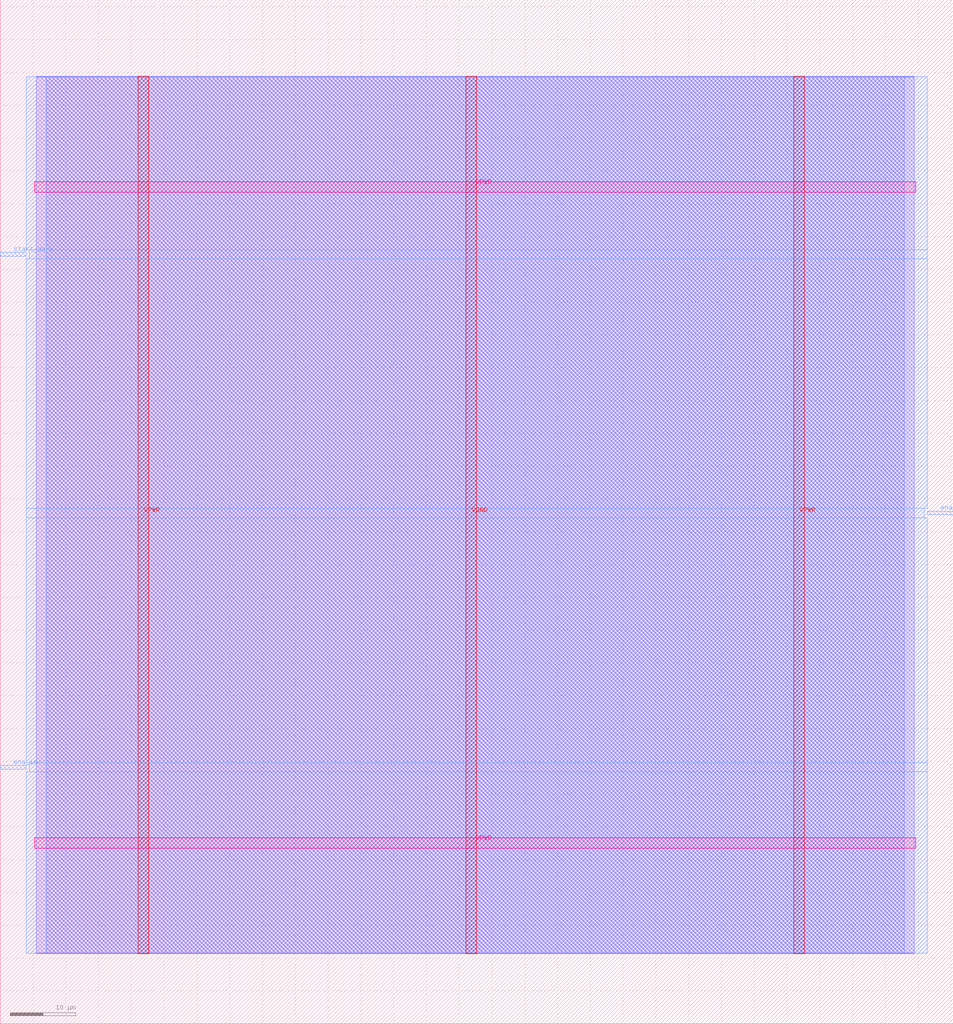
<source format=lef>
VERSION 5.7 ;
  NOWIREEXTENSIONATPIN ON ;
  DIVIDERCHAR "/" ;
  BUSBITCHARS "[]" ;
MACRO adc_edge_detect_circuit
  CLASS BLOCK ;
  FOREIGN adc_edge_detect_circuit ;
  ORIGIN 0.000 0.000 ;
  SIZE 145.345 BY 156.065 ;
  PIN VGND
    DIRECTION INOUT ;
    USE GROUND ;
    PORT
      LAYER met4 ;
        RECT 71.040 10.640 72.640 144.400 ;
    END
  END VGND
  PIN VPWR
    DIRECTION INOUT ;
    USE POWER ;
    PORT
      LAYER met4 ;
        RECT 21.040 10.640 22.640 144.400 ;
    END
    PORT
      LAYER met4 ;
        RECT 121.040 10.640 122.640 144.400 ;
    END
    PORT
      LAYER met5 ;
        RECT 5.280 26.730 139.620 28.330 ;
    END
    PORT
      LAYER met5 ;
        RECT 5.280 126.730 139.620 128.330 ;
    END
  END VPWR
  PIN ena_in
    DIRECTION INPUT ;
    USE SIGNAL ;
    PORT
      LAYER met3 ;
        RECT 0.000 38.800 4.000 39.400 ;
    END
  END ena_in
  PIN ena_out
    DIRECTION OUTPUT TRISTATE ;
    USE SIGNAL ;
    PORT
      LAYER met3 ;
        RECT 141.345 77.560 145.345 78.160 ;
    END
  END ena_out
  PIN start_conv
    DIRECTION INPUT ;
    USE SIGNAL ;
    PORT
      LAYER met3 ;
        RECT 0.000 117.000 4.000 117.600 ;
    END
  END start_conv
  OBS
      LAYER li1 ;
        RECT 5.520 10.795 139.380 144.245 ;
      LAYER met1 ;
        RECT 5.520 10.640 139.380 144.400 ;
      LAYER met2 ;
        RECT 7.000 10.695 137.900 144.345 ;
      LAYER met3 ;
        RECT 4.000 118.000 141.345 144.325 ;
        RECT 4.400 116.600 141.345 118.000 ;
        RECT 4.000 78.560 141.345 116.600 ;
        RECT 4.000 77.160 140.945 78.560 ;
        RECT 4.000 39.800 141.345 77.160 ;
        RECT 4.400 38.400 141.345 39.800 ;
        RECT 4.000 10.715 141.345 38.400 ;
  END
END adc_edge_detect_circuit
END LIBRARY


</source>
